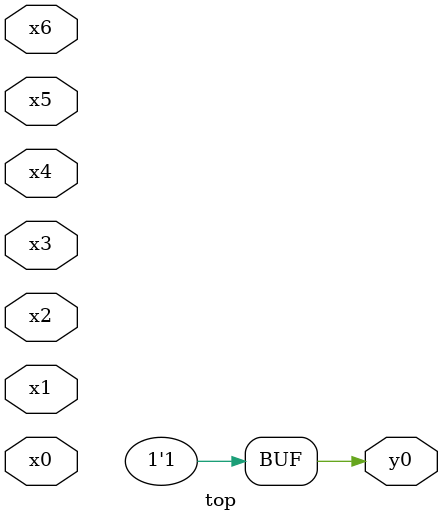
<source format=v>
module top( x0 , x1 , x2 , x3 , x4 , x5 , x6 , y0 );
  input x0 , x1 , x2 , x3 , x4 , x5 , x6 ;
  output y0 ;
  assign y0 = ~1'b0 ;
endmodule

</source>
